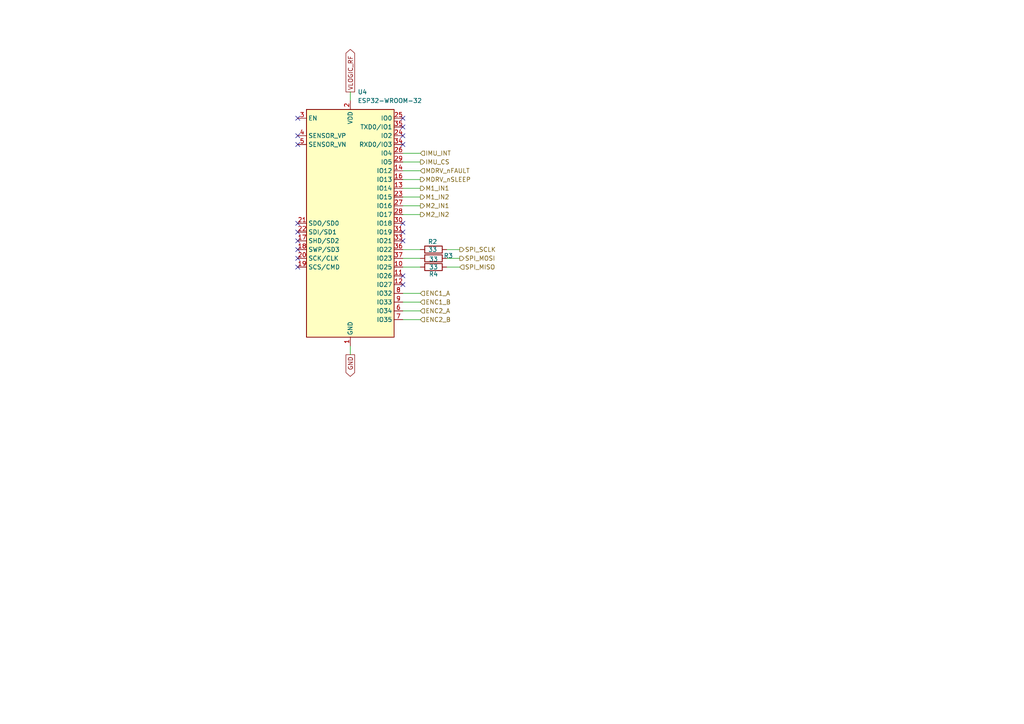
<source format=kicad_sch>
(kicad_sch (version 20250114) (generator "eeschema") (generator_version "9.0")
  (paper "A4")
  (lib_symbols
    (symbol "Device:R" (pin_numbers (hide yes)) (pin_names (offset 0))
      (property "Reference" "R" (at 2.032 0 90))
      (property "Value" "R" (at 0 0 90))
      (symbol "R_0_1"
        (rectangle (start -1.016 -2.54) (end 1.016 2.54) (stroke (width 0.254)))
      )
      (symbol "R_1_1"
        (pin passive line (at 0 3.81 270) (length 1.27) (name "~") (number "1"))
        (pin passive line (at 0 -3.81 90) (length 1.27) (name "~") (number "2"))
      )
    )
    (symbol "RF_Module:ESP32-WROOM-32"
      (property "Reference" "U" (at -12.7 34.29 0))
      (property "Value" "ESP32-WROOM-32" (at 1.27 34.29 0))
      (symbol "ESP32-WROOM-32_0_1"
        (rectangle (start -12.7 33.02) (end 12.7 -33.02) (stroke (width 0.254)) (fill (type background)))
      )
      (symbol "ESP32-WROOM-32_1_1"
        (pin input line (at -15.24 30.48 0) (length 2.54) (name "EN") (number "3"))
        (pin input line (at -15.24 25.4 0) (length 2.54) (name "SENSOR_VP") (number "4"))
        (pin input line (at -15.24 22.86 0) (length 2.54) (name "SENSOR_VN") (number "5"))
        (pin bidirectional line (at -15.24 0 0) (length 2.54) (name "SDO/SD0") (number "21"))
        (pin bidirectional line (at -15.24 -2.54 0) (length 2.54) (name "SDI/SD1") (number "22"))
        (pin bidirectional line (at -15.24 -5.08 0) (length 2.54) (name "SHD/SD2") (number "17"))
        (pin bidirectional line (at -15.24 -7.62 0) (length 2.54) (name "SWP/SD3") (number "18"))
        (pin bidirectional line (at -15.24 -10.16 0) (length 2.54) (name "SCK/CLK") (number "20"))
        (pin bidirectional line (at -15.24 -12.7 0) (length 2.54) (name "SCS/CMD") (number "19"))
        (pin no_connect line (at -12.7 -27.94 0) (length 2.54) (hide yes) (name "NC") (number "32"))
        (pin power_in line (at 0 35.56 270) (length 2.54) (name "VDD") (number "2"))
        (pin power_in line (at 0 -35.56 90) (length 2.54) (name "GND") (number "1"))
        (pin passive line (at 0 -35.56 90) (length 2.54) (hide yes) (name "GND") (number "15"))
        (pin passive line (at 0 -35.56 90) (length 2.54) (hide yes) (name "GND") (number "38"))
        (pin passive line (at 0 -35.56 90) (length 2.54) (hide yes) (name "GND") (number "39"))
        (pin bidirectional line (at 15.24 30.48 180) (length 2.54) (name "IO0") (number "25"))
        (pin bidirectional line (at 15.24 27.94 180) (length 2.54) (name "TXD0/IO1") (number "35"))
        (pin bidirectional line (at 15.24 25.4 180) (length 2.54) (name "IO2") (number "24"))
        (pin bidirectional line (at 15.24 22.86 180) (length 2.54) (name "RXD0/IO3") (number "34"))
        (pin bidirectional line (at 15.24 20.32 180) (length 2.54) (name "IO4") (number "26"))
        (pin bidirectional line (at 15.24 17.78 180) (length 2.54) (name "IO5") (number "29"))
        (pin bidirectional line (at 15.24 15.24 180) (length 2.54) (name "IO12") (number "14"))
        (pin bidirectional line (at 15.24 12.7 180) (length 2.54) (name "IO13") (number "16"))
        (pin bidirectional line (at 15.24 10.16 180) (length 2.54) (name "IO14") (number "13"))
        (pin bidirectional line (at 15.24 7.62 180) (length 2.54) (name "IO15") (number "23"))
        (pin bidirectional line (at 15.24 5.08 180) (length 2.54) (name "IO16") (number "27"))
        (pin bidirectional line (at 15.24 2.54 180) (length 2.54) (name "IO17") (number "28"))
        (pin bidirectional line (at 15.24 0 180) (length 2.54) (name "IO18") (number "30"))
        (pin bidirectional line (at 15.24 -2.54 180) (length 2.54) (name "IO19") (number "31"))
        (pin bidirectional line (at 15.24 -5.08 180) (length 2.54) (name "IO21") (number "33"))
        (pin bidirectional line (at 15.24 -7.62 180) (length 2.54) (name "IO22") (number "36"))
        (pin bidirectional line (at 15.24 -10.16 180) (length 2.54) (name "IO23") (number "37"))
        (pin bidirectional line (at 15.24 -12.7 180) (length 2.54) (name "IO25") (number "10"))
        (pin bidirectional line (at 15.24 -15.24 180) (length 2.54) (name "IO26") (number "11"))
        (pin bidirectional line (at 15.24 -17.78 180) (length 2.54) (name "IO27") (number "12"))
        (pin bidirectional line (at 15.24 -20.32 180) (length 2.54) (name "IO32") (number "8"))
        (pin bidirectional line (at 15.24 -22.86 180) (length 2.54) (name "IO33") (number "9"))
        (pin input line (at 15.24 -25.4 180) (length 2.54) (name "IO34") (number "6"))
        (pin input line (at 15.24 -27.94 180) (length 2.54) (name "IO35") (number "7"))
      )
    )
  )
  (no_connect (at 86.36 41.91))
  (no_connect (at 116.84 80.01))
  (no_connect (at 86.36 67.31))
  (no_connect (at 116.84 67.31))
  (no_connect (at 86.36 77.47))
  (no_connect (at 116.84 82.55))
  (no_connect (at 116.84 34.29))
  (no_connect (at 86.36 74.93))
  (no_connect (at 116.84 64.77))
  (no_connect (at 86.36 69.85))
  (no_connect (at 86.36 64.77))
  (no_connect (at 116.84 39.37))
  (no_connect (at 86.36 72.39))
  (no_connect (at 86.36 34.29))
  (no_connect (at 116.84 41.91))
  (no_connect (at 86.36 39.37))
  (no_connect (at 116.84 69.85))
  (no_connect (at 116.84 36.83))
  (wire (pts (xy 116.84 52.07) (xy 121.92 52.07)))
  (wire (pts (xy 101.6 26.67) (xy 101.6 29.21)))
  (wire (pts (xy 116.84 85.09) (xy 121.92 85.09)))
  (wire (pts (xy 116.84 49.53) (xy 121.92 49.53)))
  (wire (pts (xy 129.54 74.93) (xy 133.35 74.93)))
  (wire (pts (xy 101.6 100.33) (xy 101.6 102.87)))
  (wire (pts (xy 133.35 72.39) (xy 129.54 72.39)))
  (wire (pts (xy 116.84 59.69) (xy 121.92 59.69)))
  (wire (pts (xy 116.84 90.17) (xy 121.92 90.17)))
  (wire (pts (xy 116.84 74.93) (xy 121.92 74.93)))
  (wire (pts (xy 116.84 87.63) (xy 121.92 87.63)))
  (wire (pts (xy 116.84 92.71) (xy 121.92 92.71)))
  (wire (pts (xy 116.84 72.39) (xy 121.92 72.39)))
  (wire (pts (xy 116.84 62.23) (xy 121.92 62.23)))
  (wire (pts (xy 116.84 54.61) (xy 121.92 54.61)))
  (wire (pts (xy 116.84 77.47) (xy 121.92 77.47)))
  (wire (pts (xy 116.84 44.45) (xy 121.92 44.45)))
  (wire (pts (xy 129.54 77.47) (xy 133.35 77.47)))
  (wire (pts (xy 116.84 57.15) (xy 121.92 57.15)))
  (wire (pts (xy 116.84 46.99) (xy 121.92 46.99)))
  (global_label "VLOGIC_RF" (shape output) (at 101.6 26.67 90) (property "Intersheetrefs" "${INTERSHEET_REFS}" (effects (hide yes))))
  (global_label "GND" (shape output) (at 101.6 102.87 270) (property "Intersheetrefs" "${INTERSHEET_REFS}" (effects (hide yes))))
  (hierarchical_label "SPI_MOSI" (shape output) (at 133.35 74.93 0))
  (hierarchical_label "M2_IN2" (shape output) (at 121.92 62.23 0))
  (hierarchical_label "SPI_SCLK" (shape output) (at 133.35 72.39 0))
  (hierarchical_label "IMU_CS" (shape output) (at 121.92 46.99 0))
  (hierarchical_label "SPI_MISO" (shape input) (at 133.35 77.47 0))
  (hierarchical_label "MDRV_nSLEEP" (shape output) (at 121.92 52.07 0))
  (hierarchical_label "M1_IN2" (shape output) (at 121.92 57.15 0))
  (hierarchical_label "ENC2_B" (shape input) (at 121.92 92.71 0))
  (hierarchical_label "M1_IN1" (shape output) (at 121.92 54.61 0))
  (hierarchical_label "M2_IN1" (shape output) (at 121.92 59.69 0))
  (hierarchical_label "ENC2_A" (shape input) (at 121.92 90.17 0))
  (hierarchical_label "ENC1_B" (shape input) (at 121.92 87.63 0))
  (hierarchical_label "IMU_INT" (shape input) (at 121.92 44.45 0))
  (hierarchical_label "ENC1_A" (shape input) (at 121.92 85.09 0))
  (hierarchical_label "MDRV_nFAULT" (shape input) (at 121.92 49.53 0))
  (symbol (lib_id "Device:R") (at 125.73 72.39 270) (unit 1)
    (property "Reference" "R2" (at 125.476 70.104 90))
    (property "Value" "33" (at 125.476 72.39 90))
    (property "Footprint" "Resistor_SMD:R_0603_1608Metric" (effects (hide yes)))
    (property "Description" "Resistor" (effects (hide yes)))
  )
  (symbol (lib_id "Device:R") (at 125.73 74.93 270) (unit 1)
    (property "Reference" "R3" (at 130.048 74.168 90))
    (property "Value" "33" (at 125.73 75.184 90))
    (property "Footprint" "Resistor_SMD:R_0603_1608Metric" (effects (hide yes)))
    (property "Description" "Resistor" (effects (hide yes)))
  )
  (symbol (lib_id "Device:R") (at 125.73 77.47 270) (unit 1)
    (property "Reference" "R4" (at 125.73 79.502 90))
    (property "Value" "33" (at 125.73 77.47 90))
    (property "Footprint" "Resistor_SMD:R_0603_1608Metric" (effects (hide yes)))
    (property "Description" "Resistor" (effects (hide yes)))
  )
  (symbol (lib_id "RF_Module:ESP32-WROOM-32") (at 101.6 64.77 0) (unit 1)
    (property "Reference" "U4" (at 103.7433 26.67 0) (effects (justify left)))
    (property "Value" "ESP32-WROOM-32" (at 103.7433 29.21 0) (effects (justify left)))
    (property "Footprint" "RF_Module:ESP32-WROOM-32" (effects (hide yes)))
    (property "Datasheet" "https://www.espressif.com/sites/default/files/documentation/esp32-wroom-32_datasheet_en.pdf" (effects (hide yes)))
    (property "Description" "RF Module, ESP32-D0WDQ6 SoC, Wi-Fi 802.11b/g/n, Bluetooth, BLE, 32-bit, 2.7-3.6V, onboard antenna, SMD" (effects (hide yes)))
  )
)
</source>
